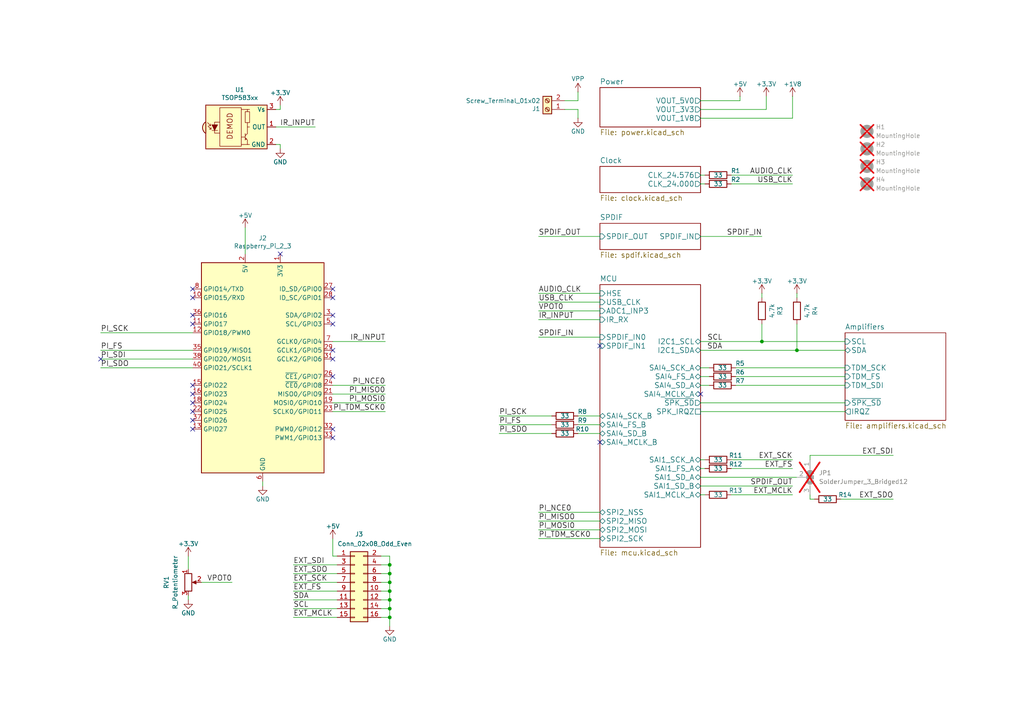
<source format=kicad_sch>
(kicad_sch (version 20231120) (generator "eeschema") (generator_version "8.0")
  (paper "A4")
  (title_block (title "blus mini mk2") (date "2024-06-04") (rev "a") (company "elagil"))
  (lib_symbols
    (symbol "Connector:Raspberry_Pi_2_3"
      (property "Reference" "J" (at -17.78 31.75 0))
      (property "Value" "Raspberry_Pi_2_3" (at 10.16 -31.75 0))
      (symbol "Raspberry_Pi_2_3_0_1"
        (rectangle (start -17.78 30.48) (end 17.78 -30.48) (stroke (width 0.254)) (fill (type background)))
      )
      (symbol "Raspberry_Pi_2_3_1_1"
        (pin power_in line (at 5.08 33.02 270) (length 2.54) (name "3V3") (number "1"))
        (pin bidirectional line (at -20.32 20.32 0) (length 2.54) (name "GPIO15/RXD") (number "10"))
        (pin bidirectional line (at -20.32 12.7 0) (length 2.54) (name "GPIO17") (number "11"))
        (pin bidirectional line (at -20.32 10.16 0) (length 2.54) (name "GPIO18/PWM0") (number "12"))
        (pin bidirectional line (at -20.32 -17.78 0) (length 2.54) (name "GPIO27") (number "13"))
        (pin passive line (at 0 -33.02 90) (length 2.54) hide (name "GND") (number "14"))
        (pin bidirectional line (at -20.32 -5.08 0) (length 2.54) (name "GPIO22") (number "15"))
        (pin bidirectional line (at -20.32 -7.62 0) (length 2.54) (name "GPIO23") (number "16"))
        (pin passive line (at 5.08 33.02 270) (length 2.54) hide (name "3V3") (number "17"))
        (pin bidirectional line (at -20.32 -10.16 0) (length 2.54) (name "GPIO24") (number "18"))
        (pin bidirectional line (at 20.32 -10.16 180) (length 2.54) (name "MOSI0/GPIO10") (number "19"))
        (pin power_in line (at -5.08 33.02 270) (length 2.54) (name "5V") (number "2"))
        (pin passive line (at 0 -33.02 90) (length 2.54) hide (name "GND") (number "20"))
        (pin bidirectional line (at 20.32 -7.62 180) (length 2.54) (name "MISO0/GPIO9") (number "21"))
        (pin bidirectional line (at -20.32 -12.7 0) (length 2.54) (name "GPIO25") (number "22"))
        (pin bidirectional line (at 20.32 -12.7 180) (length 2.54) (name "SCLK0/GPIO11") (number "23"))
        (pin bidirectional line (at 20.32 -5.08 180) (length 2.54) (name "~{CE0}/GPIO8") (number "24"))
        (pin passive line (at 0 -33.02 90) (length 2.54) hide (name "GND") (number "25"))
        (pin bidirectional line (at 20.32 -2.54 180) (length 2.54) (name "~{CE1}/GPIO7") (number "26"))
        (pin bidirectional line (at 20.32 22.86 180) (length 2.54) (name "ID_SD/GPIO0") (number "27"))
        (pin bidirectional line (at 20.32 20.32 180) (length 2.54) (name "ID_SC/GPIO1") (number "28"))
        (pin bidirectional line (at 20.32 5.08 180) (length 2.54) (name "GCLK1/GPIO5") (number "29"))
        (pin bidirectional line (at 20.32 15.24 180) (length 2.54) (name "SDA/GPIO2") (number "3"))
        (pin passive line (at 0 -33.02 90) (length 2.54) hide (name "GND") (number "30"))
        (pin bidirectional line (at 20.32 2.54 180) (length 2.54) (name "GCLK2/GPIO6") (number "31"))
        (pin bidirectional line (at 20.32 -17.78 180) (length 2.54) (name "PWM0/GPIO12") (number "32"))
        (pin bidirectional line (at 20.32 -20.32 180) (length 2.54) (name "PWM1/GPIO13") (number "33"))
        (pin passive line (at 0 -33.02 90) (length 2.54) hide (name "GND") (number "34"))
        (pin bidirectional line (at -20.32 5.08 0) (length 2.54) (name "GPIO19/MISO1") (number "35"))
        (pin bidirectional line (at -20.32 15.24 0) (length 2.54) (name "GPIO16") (number "36"))
        (pin bidirectional line (at -20.32 -15.24 0) (length 2.54) (name "GPIO26") (number "37"))
        (pin bidirectional line (at -20.32 2.54 0) (length 2.54) (name "GPIO20/MOSI1") (number "38"))
        (pin passive line (at 0 -33.02 90) (length 2.54) hide (name "GND") (number "39"))
        (pin passive line (at -5.08 33.02 270) (length 2.54) hide (name "5V") (number "4"))
        (pin bidirectional line (at -20.32 0 0) (length 2.54) (name "GPIO21/SCLK1") (number "40"))
        (pin bidirectional line (at 20.32 12.7 180) (length 2.54) (name "SCL/GPIO3") (number "5"))
        (pin power_in line (at 0 -33.02 90) (length 2.54) (name "GND") (number "6"))
        (pin bidirectional line (at 20.32 7.62 180) (length 2.54) (name "GCLK0/GPIO4") (number "7"))
        (pin bidirectional line (at -20.32 22.86 0) (length 2.54) (name "GPIO14/TXD") (number "8"))
        (pin passive line (at 0 -33.02 90) (length 2.54) hide (name "GND") (number "9"))
      )
    )
    (symbol "Connector:Screw_Terminal_01x02" (pin_names (offset 1.016) hide)
      (property "Reference" "J" (at 0 2.54 0))
      (property "Value" "Screw_Terminal_01x02" (at 0 -5.08 0))
      (symbol "Screw_Terminal_01x02_1_1"
        (rectangle (start -1.27 1.27) (end 1.27 -3.81) (stroke (width 0.254)) (fill (type background)))
        (circle (center 0 -2.54) (radius 0.635) (stroke (width 0.1524)))
        (polyline (pts (xy -0.5334 -2.2098) (xy 0.3302 -3.048)) (stroke (width 0.1524)))
        (polyline (pts (xy -0.5334 0.3302) (xy 0.3302 -0.508)) (stroke (width 0.1524)))
        (polyline (pts (xy -0.3556 -2.032) (xy 0.508 -2.8702)) (stroke (width 0.1524)))
        (polyline (pts (xy -0.3556 0.508) (xy 0.508 -0.3302)) (stroke (width 0.1524)))
        (circle (center 0 0) (radius 0.635) (stroke (width 0.1524)))
        (pin passive line (at -5.08 0 0) (length 3.81) (name "Pin_1") (number "1"))
        (pin passive line (at -5.08 -2.54 0) (length 3.81) (name "Pin_2") (number "2"))
      )
    )
    (symbol "Connector_Generic:Conn_02x08_Odd_Even" (pin_names (offset 1.016) hide)
      (property "Reference" "J" (at 1.27 10.16 0))
      (property "Value" "Conn_02x08_Odd_Even" (at 1.27 -12.7 0))
      (symbol "Conn_02x08_Odd_Even_1_1"
        (rectangle (start -1.27 -10.033) (end 0 -10.287) (stroke (width 0.1524)))
        (rectangle (start -1.27 -7.493) (end 0 -7.747) (stroke (width 0.1524)))
        (rectangle (start -1.27 -4.953) (end 0 -5.207) (stroke (width 0.1524)))
        (rectangle (start -1.27 -2.413) (end 0 -2.667) (stroke (width 0.1524)))
        (rectangle (start -1.27 0.127) (end 0 -0.127) (stroke (width 0.1524)))
        (rectangle (start -1.27 2.667) (end 0 2.413) (stroke (width 0.1524)))
        (rectangle (start -1.27 5.207) (end 0 4.953) (stroke (width 0.1524)))
        (rectangle (start -1.27 7.747) (end 0 7.493) (stroke (width 0.1524)))
        (rectangle (start -1.27 8.89) (end 3.81 -11.43) (stroke (width 0.254)) (fill (type background)))
        (rectangle (start 3.81 -10.033) (end 2.54 -10.287) (stroke (width 0.1524)))
        (rectangle (start 3.81 -7.493) (end 2.54 -7.747) (stroke (width 0.1524)))
        (rectangle (start 3.81 -4.953) (end 2.54 -5.207) (stroke (width 0.1524)))
        (rectangle (start 3.81 -2.413) (end 2.54 -2.667) (stroke (width 0.1524)))
        (rectangle (start 3.81 0.127) (end 2.54 -0.127) (stroke (width 0.1524)))
        (rectangle (start 3.81 2.667) (end 2.54 2.413) (stroke (width 0.1524)))
        (rectangle (start 3.81 5.207) (end 2.54 4.953) (stroke (width 0.1524)))
        (rectangle (start 3.81 7.747) (end 2.54 7.493) (stroke (width 0.1524)))
        (pin passive line (at -5.08 7.62 0) (length 3.81) (name "Pin_1") (number "1"))
        (pin passive line (at 7.62 -2.54 180) (length 3.81) (name "Pin_10") (number "10"))
        (pin passive line (at -5.08 -5.08 0) (length 3.81) (name "Pin_11") (number "11"))
        (pin passive line (at 7.62 -5.08 180) (length 3.81) (name "Pin_12") (number "12"))
        (pin passive line (at -5.08 -7.62 0) (length 3.81) (name "Pin_13") (number "13"))
        (pin passive line (at 7.62 -7.62 180) (length 3.81) (name "Pin_14") (number "14"))
        (pin passive line (at -5.08 -10.16 0) (length 3.81) (name "Pin_15") (number "15"))
        (pin passive line (at 7.62 -10.16 180) (length 3.81) (name "Pin_16") (number "16"))
        (pin passive line (at 7.62 7.62 180) (length 3.81) (name "Pin_2") (number "2"))
        (pin passive line (at -5.08 5.08 0) (length 3.81) (name "Pin_3") (number "3"))
        (pin passive line (at 7.62 5.08 180) (length 3.81) (name "Pin_4") (number "4"))
        (pin passive line (at -5.08 2.54 0) (length 3.81) (name "Pin_5") (number "5"))
        (pin passive line (at 7.62 2.54 180) (length 3.81) (name "Pin_6") (number "6"))
        (pin passive line (at -5.08 0 0) (length 3.81) (name "Pin_7") (number "7"))
        (pin passive line (at 7.62 0 180) (length 3.81) (name "Pin_8") (number "8"))
        (pin passive line (at -5.08 -2.54 0) (length 3.81) (name "Pin_9") (number "9"))
      )
    )
    (symbol "Device:R" (pin_numbers hide) (pin_names (offset 0))
      (property "Reference" "R" (at 2.032 0 90))
      (property "Value" "R" (at 0 0 90))
      (symbol "R_0_1"
        (rectangle (start -1.016 -2.54) (end 1.016 2.54) (stroke (width 0.254)))
      )
      (symbol "R_1_1"
        (pin passive line (at 0 3.81 270) (length 1.27) (name "~") (number "1"))
        (pin passive line (at 0 -3.81 90) (length 1.27) (name "~") (number "2"))
      )
    )
    (symbol "Device:R_Potentiometer" (pin_names (offset 1.016) hide)
      (property "Reference" "RV" (at -4.445 0 90))
      (property "Value" "R_Potentiometer" (at -2.54 0 90))
      (symbol "R_Potentiometer_0_1"
        (polyline (pts (xy 2.54 0) (xy 1.524 0)))
        (polyline (pts (xy 1.143 0) (xy 2.286 0.508) (xy 2.286 -0.508) (xy 1.143 0)) (fill (type outline)))
        (rectangle (start 1.016 2.54) (end -1.016 -2.54) (stroke (width 0.254)))
      )
      (symbol "R_Potentiometer_1_1"
        (pin passive line (at 0 3.81 270) (length 1.27) (name "1") (number "1"))
        (pin passive line (at 3.81 0 180) (length 1.27) (name "2") (number "2"))
        (pin passive line (at 0 -3.81 90) (length 1.27) (name "3") (number "3"))
      )
    )
    (symbol "Interface_Optical:TSOP583xx"
      (property "Reference" "U" (at -10.16 7.62 0))
      (property "Value" "TSOP583xx" (at -10.16 -7.62 0))
      (symbol "TSOP583xx_0_0"
        (arc (start -10.287 1.397) (mid -11.0899 -0.1852) (end -10.287 -1.778) (stroke (width 0.254)) (fill (type background)))
        (polyline (pts (xy 1.905 -5.08) (xy 0.127 -5.08)))
        (polyline (pts (xy 1.905 5.08) (xy 0.127 5.08)))
        (text "DEMOD" (at -3.175 0.254 900) (effects (font (size 1.524 1.524))))
      )
      (symbol "TSOP583xx_0_1"
        (rectangle (start -6.096 5.588) (end 0.127 -5.588))
        (polyline (pts (xy -8.763 0.381) (xy -9.652 1.27)))
        (polyline (pts (xy -8.763 0.381) (xy -9.271 0.381)))
        (polyline (pts (xy -8.763 0.381) (xy -8.763 0.889)))
        (polyline (pts (xy -8.636 -0.635) (xy -9.525 0.254)))
        (polyline (pts (xy -8.636 -0.635) (xy -9.144 -0.635)))
        (polyline (pts (xy -8.636 -0.635) (xy -8.636 -0.127)))
        (polyline (pts (xy -8.382 -1.016) (xy -6.731 -1.016)))
        (polyline (pts (xy 1.27 -2.921) (xy 0.127 -2.921)))
        (polyline (pts (xy 1.27 -1.905) (xy 1.27 -3.81)))
        (polyline (pts (xy 1.397 -3.556) (xy 1.524 -3.556)))
        (polyline (pts (xy 1.651 -3.556) (xy 1.524 -3.556)))
        (polyline (pts (xy 1.651 -3.556) (xy 1.651 -3.302)))
        (polyline (pts (xy 1.905 0) (xy 1.905 1.27)))
        (polyline (pts (xy 1.905 4.445) (xy 1.905 5.08) (xy 2.54 5.08)))
        (polyline (pts (xy -8.382 0.635) (xy -6.731 0.635) (xy -7.62 -1.016) (xy -8.382 0.635)) (fill (type outline)))
        (polyline (pts (xy -6.096 1.397) (xy -7.62 1.397) (xy -7.62 -1.778) (xy -6.096 -1.778)))
        (polyline (pts (xy 1.27 -3.175) (xy 1.905 -3.81) (xy 1.905 -5.08) (xy 2.54 -5.08)))
        (polyline (pts (xy 1.27 -2.54) (xy 1.905 -1.905) (xy 1.905 0) (xy 2.54 0)))
        (rectangle (start 2.54 1.27) (end 1.27 4.445))
        (rectangle (start 7.62 6.35) (end -10.16 -6.35) (stroke (width 0.254)) (fill (type background)))
      )
      (symbol "TSOP583xx_1_1"
        (pin output line (at 10.16 0 180) (length 2.54) (name "OUT") (number "1"))
        (pin power_in line (at 10.16 -5.08 180) (length 2.54) (name "GND") (number "2"))
        (pin power_in line (at 10.16 5.08 180) (length 2.54) (name "Vs") (number "3"))
      )
    )
    (symbol "Jumper:SolderJumper_3_Bridged12" (pin_names (offset 0) hide) (exclude_from_sim yes) (in_bom no)
      (property "Reference" "JP" (at -2.54 -2.54 0))
      (property "Value" "SolderJumper_3_Bridged12" (at 0 2.794 0))
      (symbol "SolderJumper_3_Bridged12_0_1"
        (rectangle (start -1.016 0.508) (end -0.508 -0.508) (fill (type outline)))
        (arc (start -1.016 1.016) (mid -2.0276 0) (end -1.016 -1.016))
        (arc (start -1.016 1.016) (mid -2.0276 0) (end -1.016 -1.016) (fill (type outline)))
        (rectangle (start -0.508 1.016) (end 0.508 -1.016) (fill (type outline)))
        (polyline (pts (xy -2.54 0) (xy -2.032 0)))
        (polyline (pts (xy -1.016 1.016) (xy -1.016 -1.016)))
        (polyline (pts (xy 0 -1.27) (xy 0 -1.016)))
        (polyline (pts (xy 1.016 1.016) (xy 1.016 -1.016)))
        (polyline (pts (xy 2.54 0) (xy 2.032 0)))
        (arc (start 1.016 -1.016) (mid 2.0276 0) (end 1.016 1.016))
        (arc (start 1.016 -1.016) (mid 2.0276 0) (end 1.016 1.016) (fill (type outline)))
      )
      (symbol "SolderJumper_3_Bridged12_1_1"
        (pin passive line (at -5.08 0 0) (length 2.54) (name "A") (number "1"))
        (pin passive line (at 0 -3.81 90) (length 2.54) (name "C") (number "2"))
        (pin passive line (at 5.08 0 180) (length 2.54) (name "B") (number "3"))
      )
    )
    (symbol "Mechanical:MountingHole" (pin_names (offset 1.016)) (exclude_from_sim yes) (in_bom no)
      (property "Reference" "H" (at 0 5.08 0))
      (property "Value" "MountingHole" (at 0 3.175 0))
      (symbol "MountingHole_0_1"
        (circle (center 0 0) (radius 1.27) (stroke (width 1.27)))
      )
    )
    (symbol "power:+1V8" (power) (pin_numbers hide) (pin_names (offset 0) hide)
      (property "Value" "+1V8" (at 0 3.556 0))
      (symbol "+1V8_0_1"
        (polyline (pts (xy -0.762 1.27) (xy 0 2.54)))
        (polyline (pts (xy 0 0) (xy 0 2.54)))
        (polyline (pts (xy 0 2.54) (xy 0.762 1.27)))
      )
      (symbol "+1V8_1_1"
        (pin power_in line (at 0 0 90) (length 0) (name "~") (number "1"))
      )
    )
    (symbol "power:+3.3V" (power) (pin_numbers hide) (pin_names (offset 0) hide)
      (property "Value" "+3.3V" (at 0 3.556 0))
      (symbol "+3.3V_0_1"
        (polyline (pts (xy -0.762 1.27) (xy 0 2.54)))
        (polyline (pts (xy 0 0) (xy 0 2.54)))
        (polyline (pts (xy 0 2.54) (xy 0.762 1.27)))
      )
      (symbol "+3.3V_1_1"
        (pin power_in line (at 0 0 90) (length 0) (name "~") (number "1"))
      )
    )
    (symbol "power:+5V" (power) (pin_numbers hide) (pin_names (offset 0) hide)
      (property "Value" "+5V" (at 0 3.556 0))
      (symbol "+5V_0_1"
        (polyline (pts (xy -0.762 1.27) (xy 0 2.54)))
        (polyline (pts (xy 0 0) (xy 0 2.54)))
        (polyline (pts (xy 0 2.54) (xy 0.762 1.27)))
      )
      (symbol "+5V_1_1"
        (pin power_in line (at 0 0 90) (length 0) (name "~") (number "1"))
      )
    )
    (symbol "power:GND" (power) (pin_numbers hide) (pin_names (offset 0) hide)
      (property "Value" "GND" (at 0 -3.81 0))
      (symbol "GND_0_1"
        (polyline (pts (xy 0 0) (xy 0 -1.27) (xy 1.27 -1.27) (xy 0 -2.54) (xy -1.27 -1.27) (xy 0 -1.27)))
      )
      (symbol "GND_1_1"
        (pin power_in line (at 0 0 270) (length 0) (name "~") (number "1"))
      )
    )
    (symbol "power:VPP" (power) (pin_numbers hide) (pin_names (offset 0) hide)
      (property "Value" "VPP" (at 0 3.556 0))
      (symbol "VPP_0_1"
        (polyline (pts (xy -0.762 1.27) (xy 0 2.54)))
        (polyline (pts (xy 0 0) (xy 0 2.54)))
        (polyline (pts (xy 0 2.54) (xy 0.762 1.27)))
      )
      (symbol "VPP_1_1"
        (pin power_in line (at 0 0 90) (length 0) (name "~") (number "1"))
      )
    )
  )
  (junction (at 113.03 176.53))
  (junction (at 113.03 179.07))
  (junction (at 113.03 171.45))
  (junction (at 113.03 163.83))
  (junction (at 113.03 168.91))
  (junction (at 113.03 166.37))
  (junction (at 113.03 173.99))
  (junction (at 231.14 101.6))
  (junction (at 220.98 99.06))
  (no_connect (at 55.88 119.38))
  (no_connect (at 55.88 114.3))
  (no_connect (at 96.52 104.14))
  (no_connect (at 96.52 86.36))
  (no_connect (at 96.52 124.46))
  (no_connect (at 55.88 111.76))
  (no_connect (at 96.52 91.44))
  (no_connect (at 96.52 93.98))
  (no_connect (at 96.52 83.82))
  (no_connect (at 29.21 104.14))
  (no_connect (at 55.88 124.46))
  (no_connect (at 81.28 73.66))
  (no_connect (at 96.52 109.22))
  (no_connect (at 55.88 116.84))
  (no_connect (at 55.88 83.82))
  (no_connect (at 55.88 93.98))
  (no_connect (at 203.2 114.3))
  (no_connect (at 173.99 100.33))
  (no_connect (at 96.52 101.6))
  (no_connect (at 96.52 127))
  (no_connect (at 55.88 86.36))
  (no_connect (at 55.88 121.92))
  (no_connect (at 55.88 91.44))
  (no_connect (at 173.99 128.27))
  (wire (pts (xy 203.2 68.58) (xy 220.98 68.58)))
  (wire (pts (xy 203.2 53.34) (xy 204.47 53.34)))
  (wire (pts (xy 259.08 132.08) (xy 234.95 132.08)))
  (wire (pts (xy 29.21 96.52) (xy 55.88 96.52)))
  (wire (pts (xy 156.21 92.71) (xy 173.99 92.71)))
  (wire (pts (xy 156.21 148.59) (xy 173.99 148.59)))
  (wire (pts (xy 76.2 140.97) (xy 76.2 139.7)))
  (wire (pts (xy 214.63 27.94) (xy 214.63 29.21)))
  (wire (pts (xy 110.49 161.29) (xy 113.03 161.29)))
  (wire (pts (xy 113.03 173.99) (xy 113.03 176.53)))
  (wire (pts (xy 231.14 101.6) (xy 245.11 101.6)))
  (wire (pts (xy 110.49 176.53) (xy 113.03 176.53)))
  (wire (pts (xy 110.49 168.91) (xy 113.03 168.91)))
  (wire (pts (xy 29.21 106.68) (xy 55.88 106.68)))
  (wire (pts (xy 167.64 125.73) (xy 173.99 125.73)))
  (wire (pts (xy 231.14 101.6) (xy 231.14 93.98)))
  (wire (pts (xy 144.78 123.19) (xy 160.02 123.19)))
  (wire (pts (xy 203.2 109.22) (xy 205.74 109.22)))
  (wire (pts (xy 213.36 106.68) (xy 245.11 106.68)))
  (wire (pts (xy 110.49 163.83) (xy 113.03 163.83)))
  (wire (pts (xy 85.09 173.99) (xy 97.79 173.99)))
  (wire (pts (xy 144.78 120.65) (xy 160.02 120.65)))
  (wire (pts (xy 156.21 85.09) (xy 173.99 85.09)))
  (wire (pts (xy 113.03 171.45) (xy 113.03 173.99)))
  (wire (pts (xy 212.09 133.35) (xy 229.87 133.35)))
  (wire (pts (xy 203.2 143.51) (xy 204.47 143.51)))
  (wire (pts (xy 81.28 41.91) (xy 81.28 43.18)))
  (wire (pts (xy 58.42 168.91) (xy 67.31 168.91)))
  (wire (pts (xy 96.52 161.29) (xy 96.52 156.21)))
  (wire (pts (xy 110.49 166.37) (xy 113.03 166.37)))
  (wire (pts (xy 231.14 85.09) (xy 231.14 86.36)))
  (wire (pts (xy 110.49 173.99) (xy 113.03 173.99)))
  (wire (pts (xy 203.2 133.35) (xy 204.47 133.35)))
  (wire (pts (xy 111.76 119.38) (xy 96.52 119.38)))
  (wire (pts (xy 156.21 97.79) (xy 173.99 97.79)))
  (wire (pts (xy 111.76 111.76) (xy 96.52 111.76)))
  (wire (pts (xy 111.76 114.3) (xy 96.52 114.3)))
  (wire (pts (xy 156.21 151.13) (xy 173.99 151.13)))
  (wire (pts (xy 29.21 104.14) (xy 55.88 104.14)))
  (wire (pts (xy 234.95 143.51) (xy 234.95 144.78)))
  (wire (pts (xy 110.49 179.07) (xy 113.03 179.07)))
  (wire (pts (xy 54.61 161.29) (xy 54.61 165.1)))
  (wire (pts (xy 203.2 99.06) (xy 220.98 99.06)))
  (wire (pts (xy 203.2 116.84) (xy 245.11 116.84)))
  (wire (pts (xy 54.61 172.72) (xy 54.61 173.99)))
  (wire (pts (xy 163.83 29.21) (xy 167.64 29.21)))
  (wire (pts (xy 203.2 29.21) (xy 214.63 29.21)))
  (wire (pts (xy 203.2 34.29) (xy 229.87 34.29)))
  (wire (pts (xy 203.2 31.75) (xy 222.25 31.75)))
  (wire (pts (xy 229.87 34.29) (xy 229.87 27.94)))
  (wire (pts (xy 156.21 156.21) (xy 173.99 156.21)))
  (wire (pts (xy 167.64 26.67) (xy 167.64 29.21)))
  (wire (pts (xy 213.36 111.76) (xy 245.11 111.76)))
  (wire (pts (xy 212.09 50.8) (xy 229.87 50.8)))
  (wire (pts (xy 113.03 161.29) (xy 113.03 163.83)))
  (wire (pts (xy 85.09 176.53) (xy 97.79 176.53)))
  (wire (pts (xy 97.79 161.29) (xy 96.52 161.29)))
  (wire (pts (xy 71.12 66.04) (xy 71.12 73.66)))
  (wire (pts (xy 91.44 36.83) (xy 80.01 36.83)))
  (wire (pts (xy 213.36 109.22) (xy 245.11 109.22)))
  (wire (pts (xy 167.64 120.65) (xy 173.99 120.65)))
  (wire (pts (xy 113.03 168.91) (xy 113.03 171.45)))
  (wire (pts (xy 234.95 144.78) (xy 236.22 144.78)))
  (wire (pts (xy 222.25 27.94) (xy 222.25 31.75)))
  (wire (pts (xy 113.03 166.37) (xy 113.03 168.91)))
  (wire (pts (xy 81.28 31.75) (xy 80.01 31.75)))
  (wire (pts (xy 203.2 101.6) (xy 231.14 101.6)))
  (wire (pts (xy 80.01 41.91) (xy 81.28 41.91)))
  (wire (pts (xy 203.2 119.38) (xy 245.11 119.38)))
  (wire (pts (xy 203.2 50.8) (xy 204.47 50.8)))
  (wire (pts (xy 156.21 68.58) (xy 173.99 68.58)))
  (wire (pts (xy 212.09 143.51) (xy 229.87 143.51)))
  (wire (pts (xy 29.21 101.6) (xy 55.88 101.6)))
  (wire (pts (xy 111.76 99.06) (xy 96.52 99.06)))
  (wire (pts (xy 81.28 30.48) (xy 81.28 31.75)))
  (wire (pts (xy 203.2 135.89) (xy 204.47 135.89)))
  (wire (pts (xy 113.03 163.83) (xy 113.03 166.37)))
  (wire (pts (xy 156.21 153.67) (xy 173.99 153.67)))
  (wire (pts (xy 203.2 138.43) (xy 231.14 138.43)))
  (wire (pts (xy 85.09 179.07) (xy 97.79 179.07)))
  (wire (pts (xy 167.64 123.19) (xy 173.99 123.19)))
  (wire (pts (xy 220.98 99.06) (xy 245.11 99.06)))
  (wire (pts (xy 113.03 179.07) (xy 113.03 181.61)))
  (wire (pts (xy 85.09 168.91) (xy 97.79 168.91)))
  (wire (pts (xy 220.98 99.06) (xy 220.98 93.98)))
  (wire (pts (xy 203.2 111.76) (xy 205.74 111.76)))
  (wire (pts (xy 203.2 106.68) (xy 205.74 106.68)))
  (wire (pts (xy 85.09 166.37) (xy 97.79 166.37)))
  (wire (pts (xy 85.09 171.45) (xy 97.79 171.45)))
  (wire (pts (xy 212.09 135.89) (xy 229.87 135.89)))
  (wire (pts (xy 234.95 132.08) (xy 234.95 133.35)))
  (wire (pts (xy 156.21 90.17) (xy 173.99 90.17)))
  (wire (pts (xy 85.09 163.83) (xy 97.79 163.83)))
  (wire (pts (xy 156.21 87.63) (xy 173.99 87.63)))
  (wire (pts (xy 144.78 125.73) (xy 160.02 125.73)))
  (wire (pts (xy 220.98 85.09) (xy 220.98 86.36)))
  (wire (pts (xy 212.09 53.34) (xy 229.87 53.34)))
  (wire (pts (xy 203.2 140.97) (xy 229.87 140.97)))
  (wire (pts (xy 163.83 31.75) (xy 167.64 31.75)))
  (wire (pts (xy 113.03 176.53) (xy 113.03 179.07)))
  (wire (pts (xy 96.52 116.84) (xy 111.76 116.84)))
  (wire (pts (xy 243.84 144.78) (xy 259.08 144.78)))
  (wire (pts (xy 167.64 34.29) (xy 167.64 31.75)))
  (wire (pts (xy 110.49 171.45) (xy 113.03 171.45)))
  (label "USB_CLK" (at 229.87 53.34 180) (effects (font (size 1.524 1.524))))
  (label "PI_SDO" (at 29.21 106.68 0) (effects (font (size 1.524 1.524))))
  (label "PI_MISO0" (at 111.76 114.3 180) (effects (font (size 1.524 1.524))))
  (label "PI_NCE0" (at 111.76 111.76 180) (effects (font (size 1.524 1.524))))
  (label "SPDIF_OUT" (at 229.87 140.97 180) (effects (font (size 1.524 1.524))))
  (label "AUDIO_CLK" (at 229.87 50.8 180) (effects (font (size 1.524 1.524))))
  (label "EXT_FS" (at 85.09 171.45 0) (effects (font (size 1.524 1.524))))
  (label "PI_MOSI0" (at 156.21 153.67 0) (effects (font (size 1.524 1.524))))
  (label "EXT_SCK" (at 85.09 168.91 0) (effects (font (size 1.524 1.524))))
  (label "IR_INPUT" (at 111.76 99.06 180) (effects (font (size 1.524 1.524))))
  (label "PI_TDM_SCK0" (at 156.21 156.21 0) (effects (font (size 1.524 1.524))))
  (label "SCL" (at 209.55 99.06 180) (effects (font (size 1.524 1.524))))
  (label "SPDIF_OUT" (at 156.21 68.58 0) (effects (font (size 1.524 1.524))))
  (label "SCL" (at 85.09 176.53 0) (effects (font (size 1.524 1.524))))
  (label "PI_FS" (at 144.78 123.19 0) (effects (font (size 1.524 1.524))))
  (label "PI_MOSI0" (at 111.76 116.84 180) (effects (font (size 1.524 1.524))))
  (label "PI_FS" (at 29.21 101.6 0) (effects (font (size 1.524 1.524))))
  (label "EXT_SDO" (at 85.09 166.37 0) (effects (font (size 1.524 1.524))))
  (label "IR_INPUT" (at 156.21 92.71 0) (effects (font (size 1.524 1.524))))
  (label "SDA" (at 209.55 101.6 180) (effects (font (size 1.524 1.524))))
  (label "USB_CLK" (at 156.21 87.63 0) (effects (font (size 1.524 1.524))))
  (label "PI_SCK" (at 29.21 96.52 0) (effects (font (size 1.524 1.524))))
  (label "EXT_FS" (at 229.87 135.89 180) (effects (font (size 1.524 1.524))))
  (label "SPDIF_IN" (at 156.21 97.79 0) (effects (font (size 1.524 1.524))))
  (label "VPOT0" (at 156.21 90.17 0) (effects (font (size 1.524 1.524))))
  (label "EXT_MCLK" (at 85.09 179.07 0) (effects (font (size 1.524 1.524))))
  (label "PI_MISO0" (at 156.21 151.13 0) (effects (font (size 1.524 1.524))))
  (label "EXT_MCLK" (at 229.87 143.51 180) (effects (font (size 1.524 1.524))))
  (label "SPDIF_IN" (at 220.98 68.58 180) (effects (font (size 1.524 1.524))))
  (label "EXT_SCK" (at 229.87 133.35 180) (effects (font (size 1.524 1.524))))
  (label "PI_SCK" (at 144.78 120.65 0) (effects (font (size 1.524 1.524))))
  (label "PI_TDM_SCK0" (at 111.76 119.38 180) (effects (font (size 1.524 1.524))))
  (label "IR_INPUT" (at 91.44 36.83 180) (effects (font (size 1.524 1.524))))
  (label "EXT_SDI" (at 85.09 163.83 0) (effects (font (size 1.524 1.524))))
  (label "AUDIO_CLK" (at 156.21 85.09 0) (effects (font (size 1.524 1.524))))
  (label "EXT_SDI" (at 259.08 132.08 180) (effects (font (size 1.524 1.524))))
  (label "PI_SDO" (at 144.78 125.73 0) (effects (font (size 1.524 1.524))))
  (label "EXT_SDO" (at 259.08 144.78 180) (effects (font (size 1.524 1.524))))
  (label "SDA" (at 85.09 173.99 0) (effects (font (size 1.524 1.524))))
  (label "PI_NCE0" (at 156.21 148.59 0) (effects (font (size 1.524 1.524))))
  (label "PI_SDI" (at 29.21 104.14 0) (effects (font (size 1.524 1.524))))
  (label "VPOT0" (at 67.31 168.91 180) (effects (font (size 1.524 1.524))))
  (symbol (lib_id "Device:R_Potentiometer") (at 54.61 168.91 0) (unit 1)
    (property "Reference" "RV1" (at 48.26 168.91 90))
    (property "Value" "R_Potentiometer" (at 50.8 168.91 90))
    (property "Footprint" "Potentiometer_THT:Potentiometer_Bourns_PTV09A-1_Single_Vertical" (effects (hide yes)))
    (property "Description" "Potentiometer" (effects (hide yes)))
    (property "Mfr.Nr." "M" (effects (hide yes)))
  )
  (symbol (lib_id "power:GND") (at 54.61 173.99 0) (unit 1)
    (property "Reference" "#PWR012" (effects (hide yes)))
    (property "Value" "GND" (at 54.61 177.8 0))
    (property "Description" "Power symbol creates a global label with name \"GND\" , ground" (effects (hide yes)))
  )
  (symbol (lib_id "Connector:Raspberry_Pi_2_3") (at 76.2 106.68 0) (unit 1)
    (property "Reference" "J2" (at 76.2 69.0626 0))
    (property "Value" "Raspberry_Pi_2_3" (at 76.2 71.374 0))
    (property "Footprint" "Connector_Rpi:PinSocket_2x20_P2.54mm_Vertical" (effects (hide yes)))
    (property "Datasheet" "https://www.raspberrypi.org/documentation/hardware/raspberrypi/schematics/rpi_SCH_3bplus_1p0_reduced.pdf" (effects (hide yes)))
    (property "Description" "expansion header for Raspberry Pi 2 & 3" (effects (hide yes)))
    (property "Mfr.Nr." "DK" (effects (hide yes)))
  )
  (symbol (lib_id "power:+5V") (at 71.12 66.04 0) (unit 1)
    (property "Reference" "#PWR07" (effects (hide yes)))
    (property "Value" "+5V" (at 71.12 62.484 0))
    (property "Description" "Power symbol creates a global label with name \"+5V\"" (effects (hide yes)))
  )
  (symbol (lib_id "Interface_Optical:TSOP583xx") (at 69.85 36.83 0) (unit 1)
    (property "Reference" "U1" (at 69.5452 26.035 0))
    (property "Value" "TSOP583xx" (at 69.5452 28.3464 0))
    (property "Footprint" "OptoDevice:Vishay_MINICAST-3Pin" (effects (hide yes)))
    (property "Datasheet" "http://www.vishay.com/docs/82462/tsop581.pdf" (effects (hide yes)))
    (property "Description" "Photo Modules for PCM Remote Control Systems" (effects (hide yes)))
    (property "Mfr.Nr." "DK" (effects (hide yes)))
  )
  (symbol (lib_id "power:GND") (at 81.28 43.18 0) (unit 1)
    (property "Reference" "#PWR06" (effects (hide yes)))
    (property "Value" "GND" (at 81.28 46.99 0))
    (property "Description" "Power symbol creates a global label with name \"GND\" , ground" (effects (hide yes)))
  )
  (symbol (lib_id "Device:R") (at 163.83 120.65 270) (unit 1)
    (property "Reference" "R8" (at 168.91 119.38 90))
    (property "Value" "33" (at 163.83 120.65 90))
    (property "Footprint" "Resistor_SMD:R_0402_1005Metric" (effects (hide yes)))
    (property "Description" "Resistor" (effects (hide yes)))
    (property "MPN" "C25105" (effects (hide yes)))
  )
  (symbol (lib_id "Device:R") (at 220.98 90.17 180) (unit 1)
    (property "Reference" "R3" (at 226.2378 90.17 90))
    (property "Value" "4.7k" (at 223.9264 90.17 90))
    (property "Footprint" "Resistor_SMD:R_0402_1005Metric" (effects (hide yes)))
    (property "Description" "Resistor" (effects (hide yes)))
    (property "MPN" "C25900" (effects (hide yes)))
  )
  (symbol (lib_id "Jumper:SolderJumper_3_Bridged12") (at 234.95 138.43 270) (unit 1) (exclude_from_sim yes) (in_bom no) (dnp yes)
    (property "Reference" "JP1" (at 237.49 137.1599 90) (effects (justify left)))
    (property "Value" "SolderJumper_3_Bridged12" (at 237.49 139.6999 90) (effects (justify left)))
    (property "Footprint" "Jumper:SolderJumper-3_P1.3mm_Bridged12_RoundedPad1.0x1.5mm" (effects (hide yes)))
    (property "Description" "3-pole Solder Jumper, pins 1+2 closed/bridged" (effects (hide yes)))
  )
  (symbol (lib_id "power:+3.3V") (at 231.14 85.09 0) (unit 1)
    (property "Reference" "#PWR09" (effects (hide yes)))
    (property "Value" "+3.3V" (at 231.14 81.534 0))
    (property "Description" "Power symbol creates a global label with name \"+3.3V\"" (effects (hide yes)))
  )
  (symbol (lib_id "Connector:Screw_Terminal_01x02") (at 158.75 31.75 180) (unit 1)
    (property "Reference" "J1" (at 156.718 31.5468 0) (effects (justify left)))
    (property "Value" "Screw_Terminal_01x02" (at 156.718 29.2354 0) (effects (justify left)))
    (property "Footprint" "Connector_Terminal:wuerth_691216410002" (effects (hide yes)))
    (property "Description" "Generic screw terminal, single row, 01x02, script generated (kicad-library-utils/schlib/autogen/connector/)" (effects (hide yes)))
    (property "Mfr.Nr." "DK" (effects (hide yes)))
  )
  (symbol (lib_id "Connector_Generic:Conn_02x08_Odd_Even") (at 102.87 168.91 0) (unit 1)
    (property "Reference" "J3" (at 104.14 154.94 0))
    (property "Value" "Conn_02x08_Odd_Even" (at 108.712 157.734 0))
    (property "Footprint" "Connector_IDC:IDC-Header_2x08_P2.54mm_Horizontal" (effects (hide yes)))
    (property "Description" "Generic connector, double row, 02x08, odd/even pin numbering scheme (row 1 odd numbers, row 2 even numbers), script generated (kicad-library-utils/schlib/autogen/connector/)" (effects (hide yes)))
  )
  (symbol (lib_id "Device:R") (at 208.28 53.34 270) (unit 1)
    (property "Reference" "R2" (at 213.36 52.07 90))
    (property "Value" "33" (at 208.28 53.34 90))
    (property "Footprint" "Resistor_SMD:R_0402_1005Metric" (effects (hide yes)))
    (property "Description" "Resistor" (effects (hide yes)))
    (property "MPN" "C25105" (effects (hide yes)))
  )
  (symbol (lib_id "Mechanical:MountingHole") (at 251.46 53.34 0) (unit 1) (in_bom no) (dnp yes)
    (property "Reference" "H4" (at 254 52.0699 0) (effects (justify left)))
    (property "Value" "MountingHole" (at 254 54.6099 0) (effects (justify left)))
    (property "Footprint" "MountingHole:MountingHole_3.2mm_M3_ISO7380_Pad" (effects (hide yes)))
    (property "Description" "Mounting Hole without connection" (effects (hide yes)))
  )
  (symbol (lib_id "power:+3.3V") (at 54.61 161.29 0) (unit 1)
    (property "Reference" "#PWR0129" (effects (hide yes)))
    (property "Value" "+3.3V" (at 54.61 157.734 0))
    (property "Description" "Power symbol creates a global label with name \"+3.3V\"" (effects (hide yes)))
  )
  (symbol (lib_id "Device:R") (at 163.83 125.73 270) (unit 1)
    (property "Reference" "R10" (at 168.91 124.46 90))
    (property "Value" "33" (at 163.83 125.73 90))
    (property "Footprint" "Resistor_SMD:R_0402_1005Metric" (effects (hide yes)))
    (property "Description" "Resistor" (effects (hide yes)))
    (property "MPN" "C25105" (effects (hide yes)))
  )
  (symbol (lib_id "Device:R") (at 231.14 90.17 180) (unit 1)
    (property "Reference" "R4" (at 236.3978 90.17 90))
    (property "Value" "4.7k" (at 234.0864 90.17 90))
    (property "Footprint" "Resistor_SMD:R_0402_1005Metric" (effects (hide yes)))
    (property "Description" "Resistor" (effects (hide yes)))
    (property "MPN" "C25900" (effects (hide yes)))
  )
  (symbol (lib_id "Device:R") (at 163.83 123.19 270) (unit 1)
    (property "Reference" "R9" (at 168.91 121.92 90))
    (property "Value" "33" (at 163.83 123.19 90))
    (property "Footprint" "Resistor_SMD:R_0402_1005Metric" (effects (hide yes)))
    (property "Description" "Resistor" (effects (hide yes)))
    (property "MPN" "C25105" (effects (hide yes)))
  )
  (symbol (lib_id "power:+1V8") (at 229.87 27.94 0) (unit 1)
    (property "Reference" "#PWR04" (effects (hide yes)))
    (property "Value" "+1V8" (at 229.87 24.384 0))
    (property "Description" "Power symbol creates a global label with name \"+1V8\"" (effects (hide yes)))
  )
  (symbol (lib_id "Mechanical:MountingHole") (at 251.46 43.18 0) (unit 1) (in_bom no) (dnp yes)
    (property "Reference" "H2" (at 254 41.9099 0) (effects (justify left)))
    (property "Value" "MountingHole" (at 254 44.4499 0) (effects (justify left)))
    (property "Footprint" "MountingHole:MountingHole_3.2mm_M3_ISO7380_Pad" (effects (hide yes)))
    (property "Description" "Mounting Hole without connection" (effects (hide yes)))
  )
  (symbol (lib_id "Device:R") (at 208.28 135.89 270) (unit 1)
    (property "Reference" "R12" (at 213.36 134.62 90))
    (property "Value" "33" (at 208.28 135.89 90))
    (property "Footprint" "Resistor_SMD:R_0402_1005Metric" (effects (hide yes)))
    (property "Description" "Resistor" (effects (hide yes)))
    (property "MPN" "C25105" (effects (hide yes)))
  )
  (symbol (lib_id "power:GND") (at 76.2 140.97 0) (unit 1)
    (property "Reference" "#PWR010" (effects (hide yes)))
    (property "Value" "GND" (at 76.2 144.78 0))
    (property "Description" "Power symbol creates a global label with name \"GND\" , ground" (effects (hide yes)))
  )
  (symbol (lib_id "power:GND") (at 167.64 34.29 0) (unit 1)
    (property "Reference" "#PWR05" (effects (hide yes)))
    (property "Value" "GND" (at 167.64 38.1 0))
    (property "Description" "Power symbol creates a global label with name \"GND\" , ground" (effects (hide yes)))
  )
  (symbol (lib_id "Device:R") (at 208.28 50.8 270) (unit 1)
    (property "Reference" "R1" (at 213.36 49.53 90))
    (property "Value" "33" (at 208.28 50.8 90))
    (property "Footprint" "Resistor_SMD:R_0402_1005Metric" (effects (hide yes)))
    (property "Description" "Resistor" (effects (hide yes)))
    (property "MPN" "C25105" (effects (hide yes)))
  )
  (symbol (lib_id "Device:R") (at 240.03 144.78 270) (unit 1)
    (property "Reference" "R14" (at 245.11 143.51 90))
    (property "Value" "33" (at 240.03 144.78 90))
    (property "Footprint" "Resistor_SMD:R_0402_1005Metric" (effects (hide yes)))
    (property "Description" "Resistor" (effects (hide yes)))
    (property "MPN" "C25105" (effects (hide yes)))
  )
  (symbol (lib_id "power:+5V") (at 96.52 156.21 0) (unit 1)
    (property "Reference" "#PWR011" (effects (hide yes)))
    (property "Value" "+5V" (at 96.52 152.654 0))
    (property "Description" "Power symbol creates a global label with name \"+5V\"" (effects (hide yes)))
  )
  (symbol (lib_id "power:VPP") (at 167.64 26.67 0) (unit 1)
    (property "Reference" "#PWR01" (effects (hide yes)))
    (property "Value" "VPP" (at 167.64 22.86 0))
    (property "Description" "Power symbol creates a global label with name \"VPP\"" (effects (hide yes)))
  )
  (symbol (lib_id "Device:R") (at 208.28 133.35 270) (unit 1)
    (property "Reference" "R11" (at 213.36 132.08 90))
    (property "Value" "33" (at 208.28 133.35 90))
    (property "Footprint" "Resistor_SMD:R_0402_1005Metric" (effects (hide yes)))
    (property "Description" "Resistor" (effects (hide yes)))
    (property "MPN" "C25105" (effects (hide yes)))
  )
  (symbol (lib_id "Device:R") (at 209.55 109.22 270) (unit 1)
    (property "Reference" "R6" (at 214.63 107.95 90))
    (property "Value" "33" (at 209.55 109.22 90))
    (property "Footprint" "Resistor_SMD:R_0402_1005Metric" (effects (hide yes)))
    (property "Description" "Resistor" (effects (hide yes)))
    (property "MPN" "C25105" (effects (hide yes)))
  )
  (symbol (lib_id "Device:R") (at 209.55 106.68 270) (unit 1)
    (property "Reference" "R5" (at 214.63 105.41 90))
    (property "Value" "33" (at 209.55 106.68 90))
    (property "Footprint" "Resistor_SMD:R_0402_1005Metric" (effects (hide yes)))
    (property "Description" "Resistor" (effects (hide yes)))
    (property "MPN" "C25105" (effects (hide yes)))
  )
  (symbol (lib_id "power:GND") (at 113.03 181.61 0) (unit 1)
    (property "Reference" "#PWR013" (effects (hide yes)))
    (property "Value" "GND" (at 113.03 185.42 0))
    (property "Description" "Power symbol creates a global label with name \"GND\" , ground" (effects (hide yes)))
  )
  (symbol (lib_id "Device:R") (at 208.28 143.51 270) (unit 1)
    (property "Reference" "R13" (at 213.36 142.24 90))
    (property "Value" "33" (at 208.28 143.51 90))
    (property "Footprint" "Resistor_SMD:R_0402_1005Metric" (effects (hide yes)))
    (property "Description" "Resistor" (effects (hide yes)))
    (property "MPN" "C25105" (effects (hide yes)))
  )
  (symbol (lib_id "power:+5V") (at 214.63 27.94 0) (unit 1)
    (property "Reference" "#PWR02" (effects (hide yes)))
    (property "Value" "+5V" (at 214.63 24.384 0))
    (property "Description" "Power symbol creates a global label with name \"+5V\"" (effects (hide yes)))
  )
  (symbol (lib_id "Mechanical:MountingHole") (at 251.46 48.26 0) (unit 1) (in_bom no) (dnp yes)
    (property "Reference" "H3" (at 254 46.9899 0) (effects (justify left)))
    (property "Value" "MountingHole" (at 254 49.5299 0) (effects (justify left)))
    (property "Footprint" "MountingHole:MountingHole_3.2mm_M3_ISO7380_Pad" (effects (hide yes)))
    (property "Description" "Mounting Hole without connection" (effects (hide yes)))
  )
  (symbol (lib_id "power:+3.3V") (at 81.28 30.48 0) (unit 1)
    (property "Reference" "#PWR0131" (effects (hide yes)))
    (property "Value" "+3.3V" (at 81.28 26.924 0))
    (property "Description" "Power symbol creates a global label with name \"+3.3V\"" (effects (hide yes)))
  )
  (symbol (lib_id "power:+3.3V") (at 222.25 27.94 0) (unit 1)
    (property "Reference" "#PWR03" (effects (hide yes)))
    (property "Value" "+3.3V" (at 222.25 24.384 0))
    (property "Description" "Power symbol creates a global label with name \"+3.3V\"" (effects (hide yes)))
  )
  (symbol (lib_id "power:+3.3V") (at 220.98 85.09 0) (unit 1)
    (property "Reference" "#PWR08" (effects (hide yes)))
    (property "Value" "+3.3V" (at 220.98 81.534 0))
    (property "Description" "Power symbol creates a global label with name \"+3.3V\"" (effects (hide yes)))
  )
  (symbol (lib_id "Mechanical:MountingHole") (at 251.46 38.1 0) (unit 1) (in_bom no) (dnp yes)
    (property "Reference" "H1" (at 254 36.8299 0) (effects (justify left)))
    (property "Value" "MountingHole" (at 254 39.3699 0) (effects (justify left)))
    (property "Footprint" "MountingHole:MountingHole_3.2mm_M3_ISO7380_Pad" (effects (hide yes)))
    (property "Description" "Mounting Hole without connection" (effects (hide yes)))
  )
  (symbol (lib_id "Device:R") (at 209.55 111.76 270) (unit 1)
    (property "Reference" "R7" (at 214.63 110.49 90))
    (property "Value" "33" (at 209.55 111.76 90))
    (property "Footprint" "Resistor_SMD:R_0402_1005Metric" (effects (hide yes)))
    (property "Description" "Resistor" (effects (hide yes)))
    (property "MPN" "C25105" (effects (hide yes)))
  )
  (sheet (at 173.99 64.77) (size 29.21 7.62)
    (property "Sheetname" "SPDIF" (at 173.99 63.9314 0) (effects (font (size 1.524 1.524)) (justify left bottom)))
    (property "Sheetfile" "spdif.kicad_sch" (at 173.99 73.0762 0) (effects (font (size 1.524 1.524)) (justify left top)))
    (pin "SPDIF_OUT" input (at 173.99 68.58 180) (effects (font (size 1.524 1.524))))
    (pin "SPDIF_IN" output (at 203.2 68.58 0) (effects (font (size 1.524 1.524))))
  )
  (sheet (at 173.99 48.26) (size 29.21 7.62)
    (property "Sheetname" "Clock" (at 173.99 47.4214 0) (effects (font (size 1.524 1.524)) (justify left bottom)))
    (property "Sheetfile" "clock.kicad_sch" (at 173.99 56.5662 0) (effects (font (size 1.524 1.524)) (justify left top)))
    (pin "CLK_24.576" output (at 203.2 50.8 0) (effects (font (size 1.524 1.524))))
    (pin "CLK_24.000" output (at 203.2 53.34 0) (effects (font (size 1.524 1.524))))
  )
  (sheet (at 173.99 25.4) (size 29.21 11.43) (stroke (width 0.1524))
    (property "Sheetname" "Power" (at 173.99 24.5614 0) (effects (font (size 1.524 1.524)) (justify left bottom)))
    (property "Sheetfile" "power.kicad_sch" (at 173.99 37.5162 0) (effects (font (size 1.524 1.524)) (justify left top)))
    (pin "VOUT_5V0" output (at 203.2 29.21 0) (effects (font (size 1.524 1.524))))
    (pin "VOUT_3V3" output (at 203.2 31.75 0) (effects (font (size 1.524 1.524))))
    (pin "VOUT_1V8" output (at 203.2 34.29 0) (effects (font (size 1.524 1.524))))
  )
  (sheet (at 245.11 96.52) (size 29.21 25.4) (stroke (width 0.1524))
    (property "Sheetname" "Amplifiers" (at 245.11 95.6814 0) (effects (font (size 1.524 1.524)) (justify left bottom)))
    (property "Sheetfile" "amplifiers.kicad_sch" (at 245.11 122.6062 0) (effects (font (size 1.524 1.524)) (justify left top)))
    (pin "SDA" bidirectional (at 245.11 101.6 180) (effects (font (size 1.524 1.524))))
    (pin "SCL" input (at 245.11 99.06 180) (effects (font (size 1.524 1.524))))
    (pin "~{SPK_SD}" input (at 245.11 116.84 180) (effects (font (size 1.524 1.524))))
    (pin "TDM_FS" input (at 245.11 109.22 180) (effects (font (size 1.524 1.524))))
    (pin "TDM_SDI" input (at 245.11 111.76 180) (effects (font (size 1.524 1.524))))
    (pin "TDM_SCK" input (at 245.11 106.68 180) (effects (font (size 1.524 1.524))))
    (pin "IRQZ" output (at 245.11 119.38 180) (effects (font (size 1.524 1.524))))
  )
  (sheet (at 173.99 82.55) (size 29.21 76.2) (stroke (width 0.1524))
    (property "Sheetname" "MCU" (at 173.99 81.7114 0) (effects (font (size 1.524 1.524)) (justify left bottom)))
    (property "Sheetfile" "mcu.kicad_sch" (at 173.99 159.4362 0) (effects (font (size 1.524 1.524)) (justify left top)))
    (pin "HSE" input (at 173.99 85.09 180) (effects (font (size 1.524 1.524))))
    (pin "~{SPK_SD}" output (at 203.2 116.84 0) (effects (font (size 1.524 1.524))))
    (pin "IR_RX" input (at 173.99 92.71 180) (effects (font (size 1.524 1.524))))
    (pin "SAI4_SCK_B" bidirectional (at 173.99 120.65 180) (effects (font (size 1.524 1.524))))
    (pin "SAI1_FS_A" bidirectional (at 203.2 135.89 0) (effects (font (size 1.524 1.524))))
    (pin "SAI1_SD_A" bidirectional (at 203.2 138.43 0) (effects (font (size 1.524 1.524))))
    (pin "SAI1_SCK_A" bidirectional (at 203.2 133.35 0) (effects (font (size 1.524 1.524))))
    (pin "SAI1_SD_B" bidirectional (at 203.2 140.97 0) (effects (font (size 1.524 1.524))))
    (pin "SAI4_SD_B" bidirectional (at 173.99 125.73 180) (effects (font (size 1.524 1.524))))
    (pin "SAI4_SCK_A" bidirectional (at 203.2 106.68 0) (effects (font (size 1.524 1.524))))
    (pin "SAI4_FS_A" bidirectional (at 203.2 109.22 0) (effects (font (size 1.524 1.524))))
    (pin "SAI4_FS_B" bidirectional (at 173.99 123.19 180) (effects (font (size 1.524 1.524))))
    (pin "SAI4_SD_A" bidirectional (at 203.2 111.76 0) (effects (font (size 1.524 1.524))))
    (pin "SPDIF_IN0" input (at 173.99 97.79 180) (effects (font (size 1.524 1.524))))
    (pin "SPDIF_IN1" input (at 173.99 100.33 180) (effects (font (size 1.524 1.524))))
    (pin "USB_CLK" input (at 173.99 87.63 180) (effects (font (size 1.524 1.524))))
    (pin "SAI1_MCLK_A" bidirectional (at 203.2 143.51 0) (effects (font (size 1.524 1.524))))
    (pin "I2C1_SCL" bidirectional (at 203.2 99.06 0) (effects (font (size 1.524 1.524))))
    (pin "I2C1_SDA" bidirectional (at 203.2 101.6 0) (effects (font (size 1.524 1.524))))
    (pin "SAI4_MCLK_B" bidirectional (at 173.99 128.27 180) (effects (font (size 1.524 1.524))))
    (pin "ADC1_INP3" input (at 173.99 90.17 180) (effects (font (size 1.524 1.524))))
    (pin "SPI2_NSS" bidirectional (at 173.99 148.59 180) (effects (font (size 1.524 1.524))))
    (pin "SPI2_SCK" bidirectional (at 173.99 156.21 180) (effects (font (size 1.524 1.524))))
    (pin "SPI2_MISO" bidirectional (at 173.99 151.13 180) (effects (font (size 1.524 1.524))))
    (pin "SPI2_MOSI" bidirectional (at 173.99 153.67 180) (effects (font (size 1.524 1.524))))
    (pin "SAI4_MCLK_A" bidirectional (at 203.2 114.3 0) (effects (font (size 1.524 1.524))))
    (pin "SPK_IRQZ" passive (at 203.2 119.38 0) (effects (font (size 1.524 1.524))))
  )
)
</source>
